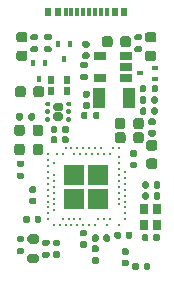
<source format=gbr>
%TF.GenerationSoftware,KiCad,Pcbnew,(5.1.9)-1*%
%TF.CreationDate,2021-01-30T16:38:38+08:00*%
%TF.ProjectId,mikoto,6d696b6f-746f-42e6-9b69-6361645f7063,rev?*%
%TF.SameCoordinates,Original*%
%TF.FileFunction,Paste,Top*%
%TF.FilePolarity,Positive*%
%FSLAX46Y46*%
G04 Gerber Fmt 4.6, Leading zero omitted, Abs format (unit mm)*
G04 Created by KiCad (PCBNEW (5.1.9)-1) date 2021-01-30 16:38:38*
%MOMM*%
%LPD*%
G01*
G04 APERTURE LIST*
%ADD10R,0.600000X0.700000*%
%ADD11R,0.510000X0.400000*%
%ADD12R,0.400000X0.510000*%
%ADD13R,1.060000X0.650000*%
%ADD14R,1.000000X1.800000*%
%ADD15R,0.800000X0.900000*%
%ADD16R,0.300000X0.800000*%
%ADD17R,0.540000X0.800000*%
%ADD18C,0.250000*%
%ADD19R,1.700000X1.700000*%
G04 APERTURE END LIST*
%TO.C,C23*%
G36*
G01*
X-195000Y7130000D02*
X145000Y7130000D01*
G75*
G02*
X285000Y6990000I0J-140000D01*
G01*
X285000Y6710000D01*
G75*
G02*
X145000Y6570000I-140000J0D01*
G01*
X-195000Y6570000D01*
G75*
G02*
X-335000Y6710000I0J140000D01*
G01*
X-335000Y6990000D01*
G75*
G02*
X-195000Y7130000I140000J0D01*
G01*
G37*
G36*
G01*
X-195000Y8090000D02*
X145000Y8090000D01*
G75*
G02*
X285000Y7950000I0J-140000D01*
G01*
X285000Y7670000D01*
G75*
G02*
X145000Y7530000I-140000J0D01*
G01*
X-195000Y7530000D01*
G75*
G02*
X-335000Y7670000I0J140000D01*
G01*
X-335000Y7950000D01*
G75*
G02*
X-195000Y8090000I140000J0D01*
G01*
G37*
%TD*%
%TO.C,D1*%
G36*
G01*
X-5706250Y7270000D02*
X-5193750Y7270000D01*
G75*
G02*
X-4975000Y7051250I0J-218750D01*
G01*
X-4975000Y6613750D01*
G75*
G02*
X-5193750Y6395000I-218750J0D01*
G01*
X-5706250Y6395000D01*
G75*
G02*
X-5925000Y6613750I0J218750D01*
G01*
X-5925000Y7051250D01*
G75*
G02*
X-5706250Y7270000I218750J0D01*
G01*
G37*
G36*
G01*
X-5706250Y8845000D02*
X-5193750Y8845000D01*
G75*
G02*
X-4975000Y8626250I0J-218750D01*
G01*
X-4975000Y8188750D01*
G75*
G02*
X-5193750Y7970000I-218750J0D01*
G01*
X-5706250Y7970000D01*
G75*
G02*
X-5925000Y8188750I0J218750D01*
G01*
X-5925000Y8626250D01*
G75*
G02*
X-5706250Y8845000I218750J0D01*
G01*
G37*
%TD*%
%TO.C,D3*%
G36*
G01*
X5193750Y7270000D02*
X5706250Y7270000D01*
G75*
G02*
X5925000Y7051250I0J-218750D01*
G01*
X5925000Y6613750D01*
G75*
G02*
X5706250Y6395000I-218750J0D01*
G01*
X5193750Y6395000D01*
G75*
G02*
X4975000Y6613750I0J218750D01*
G01*
X4975000Y7051250D01*
G75*
G02*
X5193750Y7270000I218750J0D01*
G01*
G37*
G36*
G01*
X5193750Y8845000D02*
X5706250Y8845000D01*
G75*
G02*
X5925000Y8626250I0J-218750D01*
G01*
X5925000Y8188750D01*
G75*
G02*
X5706250Y7970000I-218750J0D01*
G01*
X5193750Y7970000D01*
G75*
G02*
X4975000Y8188750I0J218750D01*
G01*
X4975000Y8626250D01*
G75*
G02*
X5193750Y8845000I218750J0D01*
G01*
G37*
%TD*%
D10*
%TO.C,D2*%
X-1600000Y3875000D03*
X-3000000Y3875000D03*
%TD*%
%TO.C,D4*%
X-1600000Y4825000D03*
X-3000000Y4825000D03*
%TD*%
D11*
%TO.C,Q1*%
X5810000Y5845000D03*
X4520000Y5345000D03*
X5810000Y4845000D03*
%TD*%
D12*
%TO.C,Q2*%
X-2375000Y7825000D03*
X-1875000Y6535000D03*
X-1375000Y7825000D03*
%TD*%
%TO.C,Q3*%
X-4475000Y6190000D03*
X-3975000Y4900000D03*
X-3475000Y6190000D03*
%TD*%
%TO.C,U3*%
G36*
G01*
X-1940000Y2672500D02*
X-1940000Y2327500D01*
G75*
G02*
X-2112500Y2155000I-172500J0D01*
G01*
X-2637500Y2155000D01*
G75*
G02*
X-2810000Y2327500I0J172500D01*
G01*
X-2810000Y2672500D01*
G75*
G02*
X-2637500Y2845000I172500J0D01*
G01*
X-2112500Y2845000D01*
G75*
G02*
X-1940000Y2672500I0J-172500D01*
G01*
G37*
G36*
G01*
X-1940000Y1872500D02*
X-1940000Y1527500D01*
G75*
G02*
X-2112500Y1355000I-172500J0D01*
G01*
X-2637500Y1355000D01*
G75*
G02*
X-2810000Y1527500I0J172500D01*
G01*
X-2810000Y1872500D01*
G75*
G02*
X-2637500Y2045000I172500J0D01*
G01*
X-2112500Y2045000D01*
G75*
G02*
X-1940000Y1872500I0J-172500D01*
G01*
G37*
G36*
G01*
X-3075000Y1556250D02*
X-3075000Y1343750D01*
G75*
G02*
X-3168750Y1250000I-93750J0D01*
G01*
X-3356250Y1250000D01*
G75*
G02*
X-3450000Y1343750I0J93750D01*
G01*
X-3450000Y1556250D01*
G75*
G02*
X-3356250Y1650000I93750J0D01*
G01*
X-3168750Y1650000D01*
G75*
G02*
X-3075000Y1556250I0J-93750D01*
G01*
G37*
G36*
G01*
X-3075000Y2206250D02*
X-3075000Y1993750D01*
G75*
G02*
X-3168750Y1900000I-93750J0D01*
G01*
X-3356250Y1900000D01*
G75*
G02*
X-3450000Y1993750I0J93750D01*
G01*
X-3450000Y2206250D01*
G75*
G02*
X-3356250Y2300000I93750J0D01*
G01*
X-3168750Y2300000D01*
G75*
G02*
X-3075000Y2206250I0J-93750D01*
G01*
G37*
G36*
G01*
X-3075000Y2856250D02*
X-3075000Y2643750D01*
G75*
G02*
X-3168750Y2550000I-93750J0D01*
G01*
X-3356250Y2550000D01*
G75*
G02*
X-3450000Y2643750I0J93750D01*
G01*
X-3450000Y2856250D01*
G75*
G02*
X-3356250Y2950000I93750J0D01*
G01*
X-3168750Y2950000D01*
G75*
G02*
X-3075000Y2856250I0J-93750D01*
G01*
G37*
G36*
G01*
X-1300000Y2856250D02*
X-1300000Y2643750D01*
G75*
G02*
X-1393750Y2550000I-93750J0D01*
G01*
X-1581250Y2550000D01*
G75*
G02*
X-1675000Y2643750I0J93750D01*
G01*
X-1675000Y2856250D01*
G75*
G02*
X-1581250Y2950000I93750J0D01*
G01*
X-1393750Y2950000D01*
G75*
G02*
X-1300000Y2856250I0J-93750D01*
G01*
G37*
G36*
G01*
X-1300000Y2206250D02*
X-1300000Y1993750D01*
G75*
G02*
X-1393750Y1900000I-93750J0D01*
G01*
X-1581250Y1900000D01*
G75*
G02*
X-1675000Y1993750I0J93750D01*
G01*
X-1675000Y2206250D01*
G75*
G02*
X-1581250Y2300000I93750J0D01*
G01*
X-1393750Y2300000D01*
G75*
G02*
X-1300000Y2206250I0J-93750D01*
G01*
G37*
G36*
G01*
X-1300000Y1556250D02*
X-1300000Y1343750D01*
G75*
G02*
X-1393750Y1250000I-93750J0D01*
G01*
X-1581250Y1250000D01*
G75*
G02*
X-1675000Y1343750I0J93750D01*
G01*
X-1675000Y1556250D01*
G75*
G02*
X-1581250Y1650000I93750J0D01*
G01*
X-1393750Y1650000D01*
G75*
G02*
X-1300000Y1556250I0J-93750D01*
G01*
G37*
%TD*%
%TO.C,R2*%
G36*
G01*
X-4215000Y8140000D02*
X-4585000Y8140000D01*
G75*
G02*
X-4720000Y8275000I0J135000D01*
G01*
X-4720000Y8545000D01*
G75*
G02*
X-4585000Y8680000I135000J0D01*
G01*
X-4215000Y8680000D01*
G75*
G02*
X-4080000Y8545000I0J-135000D01*
G01*
X-4080000Y8275000D01*
G75*
G02*
X-4215000Y8140000I-135000J0D01*
G01*
G37*
G36*
G01*
X-4215000Y7120000D02*
X-4585000Y7120000D01*
G75*
G02*
X-4720000Y7255000I0J135000D01*
G01*
X-4720000Y7525000D01*
G75*
G02*
X-4585000Y7660000I135000J0D01*
G01*
X-4215000Y7660000D01*
G75*
G02*
X-4080000Y7525000I0J-135000D01*
G01*
X-4080000Y7255000D01*
G75*
G02*
X-4215000Y7120000I-135000J0D01*
G01*
G37*
%TD*%
%TO.C,R1*%
G36*
G01*
X5540000Y3865000D02*
X5540000Y4235000D01*
G75*
G02*
X5675000Y4370000I135000J0D01*
G01*
X5945000Y4370000D01*
G75*
G02*
X6080000Y4235000I0J-135000D01*
G01*
X6080000Y3865000D01*
G75*
G02*
X5945000Y3730000I-135000J0D01*
G01*
X5675000Y3730000D01*
G75*
G02*
X5540000Y3865000I0J135000D01*
G01*
G37*
G36*
G01*
X4520000Y3865000D02*
X4520000Y4235000D01*
G75*
G02*
X4655000Y4370000I135000J0D01*
G01*
X4925000Y4370000D01*
G75*
G02*
X5060000Y4235000I0J-135000D01*
G01*
X5060000Y3865000D01*
G75*
G02*
X4925000Y3730000I-135000J0D01*
G01*
X4655000Y3730000D01*
G75*
G02*
X4520000Y3865000I0J135000D01*
G01*
G37*
%TD*%
%TO.C,C24*%
G36*
G01*
X-1490000Y770000D02*
X-1490000Y430000D01*
G75*
G02*
X-1630000Y290000I-140000J0D01*
G01*
X-1910000Y290000D01*
G75*
G02*
X-2050000Y430000I0J140000D01*
G01*
X-2050000Y770000D01*
G75*
G02*
X-1910000Y910000I140000J0D01*
G01*
X-1630000Y910000D01*
G75*
G02*
X-1490000Y770000I0J-140000D01*
G01*
G37*
G36*
G01*
X-2450000Y770000D02*
X-2450000Y430000D01*
G75*
G02*
X-2590000Y290000I-140000J0D01*
G01*
X-2870000Y290000D01*
G75*
G02*
X-3010000Y430000I0J140000D01*
G01*
X-3010000Y770000D01*
G75*
G02*
X-2870000Y910000I140000J0D01*
G01*
X-2590000Y910000D01*
G75*
G02*
X-2450000Y770000I0J-140000D01*
G01*
G37*
%TD*%
D13*
%TO.C,U2*%
X1125000Y4950000D03*
X1125000Y6850000D03*
X3325000Y6850000D03*
X3325000Y5900000D03*
X3325000Y4950000D03*
%TD*%
D14*
%TO.C,Y2*%
X3600000Y3300000D03*
X1100000Y3300000D03*
%TD*%
%TO.C,R11*%
G36*
G01*
X-4225000Y-9075000D02*
X-4775000Y-9075000D01*
G75*
G02*
X-4975000Y-8875000I0J200000D01*
G01*
X-4975000Y-8475000D01*
G75*
G02*
X-4775000Y-8275000I200000J0D01*
G01*
X-4225000Y-8275000D01*
G75*
G02*
X-4025000Y-8475000I0J-200000D01*
G01*
X-4025000Y-8875000D01*
G75*
G02*
X-4225000Y-9075000I-200000J0D01*
G01*
G37*
G36*
G01*
X-4225000Y-10725000D02*
X-4775000Y-10725000D01*
G75*
G02*
X-4975000Y-10525000I0J200000D01*
G01*
X-4975000Y-10125000D01*
G75*
G02*
X-4775000Y-9925000I200000J0D01*
G01*
X-4225000Y-9925000D01*
G75*
G02*
X-4025000Y-10125000I0J-200000D01*
G01*
X-4025000Y-10525000D01*
G75*
G02*
X-4225000Y-10725000I-200000J0D01*
G01*
G37*
%TD*%
%TO.C,C16*%
G36*
G01*
X5800000Y-1200000D02*
X5300000Y-1200000D01*
G75*
G02*
X5075000Y-975000I0J225000D01*
G01*
X5075000Y-525000D01*
G75*
G02*
X5300000Y-300000I225000J0D01*
G01*
X5800000Y-300000D01*
G75*
G02*
X6025000Y-525000I0J-225000D01*
G01*
X6025000Y-975000D01*
G75*
G02*
X5800000Y-1200000I-225000J0D01*
G01*
G37*
G36*
G01*
X5800000Y-2750000D02*
X5300000Y-2750000D01*
G75*
G02*
X5075000Y-2525000I0J225000D01*
G01*
X5075000Y-2075000D01*
G75*
G02*
X5300000Y-1850000I225000J0D01*
G01*
X5800000Y-1850000D01*
G75*
G02*
X6025000Y-2075000I0J-225000D01*
G01*
X6025000Y-2525000D01*
G75*
G02*
X5800000Y-2750000I-225000J0D01*
G01*
G37*
%TD*%
%TO.C,C22*%
G36*
G01*
X3470000Y-10020000D02*
X3130000Y-10020000D01*
G75*
G02*
X2990000Y-9880000I0J140000D01*
G01*
X2990000Y-9600000D01*
G75*
G02*
X3130000Y-9460000I140000J0D01*
G01*
X3470000Y-9460000D01*
G75*
G02*
X3610000Y-9600000I0J-140000D01*
G01*
X3610000Y-9880000D01*
G75*
G02*
X3470000Y-10020000I-140000J0D01*
G01*
G37*
G36*
G01*
X3470000Y-10980000D02*
X3130000Y-10980000D01*
G75*
G02*
X2990000Y-10840000I0J140000D01*
G01*
X2990000Y-10560000D01*
G75*
G02*
X3130000Y-10420000I140000J0D01*
G01*
X3470000Y-10420000D01*
G75*
G02*
X3610000Y-10560000I0J-140000D01*
G01*
X3610000Y-10840000D01*
G75*
G02*
X3470000Y-10980000I-140000J0D01*
G01*
G37*
%TD*%
%TO.C,R4*%
G36*
G01*
X-5760000Y-8405000D02*
X-5390000Y-8405000D01*
G75*
G02*
X-5255000Y-8540000I0J-135000D01*
G01*
X-5255000Y-8810000D01*
G75*
G02*
X-5390000Y-8945000I-135000J0D01*
G01*
X-5760000Y-8945000D01*
G75*
G02*
X-5895000Y-8810000I0J135000D01*
G01*
X-5895000Y-8540000D01*
G75*
G02*
X-5760000Y-8405000I135000J0D01*
G01*
G37*
G36*
G01*
X-5760000Y-9425000D02*
X-5390000Y-9425000D01*
G75*
G02*
X-5255000Y-9560000I0J-135000D01*
G01*
X-5255000Y-9830000D01*
G75*
G02*
X-5390000Y-9965000I-135000J0D01*
G01*
X-5760000Y-9965000D01*
G75*
G02*
X-5895000Y-9830000I0J135000D01*
G01*
X-5895000Y-9560000D01*
G75*
G02*
X-5760000Y-9425000I135000J0D01*
G01*
G37*
%TD*%
%TO.C,R3*%
G36*
G01*
X-3610000Y-9740000D02*
X-3240000Y-9740000D01*
G75*
G02*
X-3105000Y-9875000I0J-135000D01*
G01*
X-3105000Y-10145000D01*
G75*
G02*
X-3240000Y-10280000I-135000J0D01*
G01*
X-3610000Y-10280000D01*
G75*
G02*
X-3745000Y-10145000I0J135000D01*
G01*
X-3745000Y-9875000D01*
G75*
G02*
X-3610000Y-9740000I135000J0D01*
G01*
G37*
G36*
G01*
X-3610000Y-8720000D02*
X-3240000Y-8720000D01*
G75*
G02*
X-3105000Y-8855000I0J-135000D01*
G01*
X-3105000Y-9125000D01*
G75*
G02*
X-3240000Y-9260000I-135000J0D01*
G01*
X-3610000Y-9260000D01*
G75*
G02*
X-3745000Y-9125000I0J135000D01*
G01*
X-3745000Y-8855000D01*
G75*
G02*
X-3610000Y-8720000I135000J0D01*
G01*
G37*
%TD*%
%TO.C,R10*%
G36*
G01*
X-3435000Y7660000D02*
X-3065000Y7660000D01*
G75*
G02*
X-2930000Y7525000I0J-135000D01*
G01*
X-2930000Y7255000D01*
G75*
G02*
X-3065000Y7120000I-135000J0D01*
G01*
X-3435000Y7120000D01*
G75*
G02*
X-3570000Y7255000I0J135000D01*
G01*
X-3570000Y7525000D01*
G75*
G02*
X-3435000Y7660000I135000J0D01*
G01*
G37*
G36*
G01*
X-3435000Y8680000D02*
X-3065000Y8680000D01*
G75*
G02*
X-2930000Y8545000I0J-135000D01*
G01*
X-2930000Y8275000D01*
G75*
G02*
X-3065000Y8140000I-135000J0D01*
G01*
X-3435000Y8140000D01*
G75*
G02*
X-3570000Y8275000I0J135000D01*
G01*
X-3570000Y8545000D01*
G75*
G02*
X-3435000Y8680000I135000J0D01*
G01*
G37*
%TD*%
D15*
%TO.C,Y1*%
X5950000Y-7500000D03*
X5950000Y-6100000D03*
X4850000Y-6100000D03*
X4850000Y-7500000D03*
%TD*%
D16*
%TO.C,J1*%
X-1749700Y10573200D03*
X1250300Y10573200D03*
X250300Y10573200D03*
X-249700Y10573200D03*
X750300Y10573200D03*
X-749700Y10573200D03*
D17*
X-2399700Y10573200D03*
X2400300Y10573200D03*
X3200300Y10573200D03*
X-3199700Y10573200D03*
D16*
X-1249700Y10573200D03*
X1758300Y10573200D03*
%TD*%
D18*
%TO.C,U1*%
X-2750000Y-7500000D03*
X-2250000Y-7500000D03*
X-1750000Y-7500000D03*
X-1250000Y-7500000D03*
X-750000Y-7500000D03*
X-250000Y-7500000D03*
X250000Y-7500000D03*
X750000Y-7500000D03*
X1750000Y-7500000D03*
X-2000000Y-7000000D03*
X-1500000Y-7000000D03*
X-1000000Y-7000000D03*
X-500000Y-7000000D03*
X1000000Y-7000000D03*
X1500000Y-7000000D03*
X3250000Y-7000000D03*
X3250000Y-6500000D03*
X3250000Y-6000000D03*
X3250000Y-5500000D03*
X3250000Y-5000000D03*
X3250000Y-4500000D03*
X3250000Y-4000000D03*
X3250000Y-3500000D03*
X2750000Y-5750000D03*
X2750000Y-5250000D03*
X2750000Y-4750000D03*
X2750000Y-4250000D03*
X2750000Y-3750000D03*
X2750000Y-3250000D03*
X2750000Y-2750000D03*
X2750000Y-2250000D03*
X-2750000Y-2250000D03*
X-2750000Y-3250000D03*
X-2750000Y-3750000D03*
X-2750000Y-4250000D03*
X-2750000Y-4750000D03*
X-2750000Y-5250000D03*
X-2750000Y-5750000D03*
X-3250000Y-6500000D03*
X-3250000Y-6000000D03*
X-3250000Y-5500000D03*
X-3250000Y-5000000D03*
X-3250000Y-4500000D03*
X-3250000Y-4000000D03*
X-3250000Y-3500000D03*
X-3250000Y-3000000D03*
X-3250000Y-2500000D03*
X-3250000Y-2000000D03*
X2750000Y-1000000D03*
X2000000Y-1500000D03*
X2250000Y-1000000D03*
X1500000Y-1500000D03*
X1000000Y-1500000D03*
X500000Y-1500000D03*
X0Y-1500000D03*
X-500000Y-1500000D03*
X-1000000Y-1500000D03*
X1250000Y-1000000D03*
X750000Y-1000000D03*
X250000Y-1000000D03*
X-250000Y-1000000D03*
X-750000Y-1000000D03*
X-1250000Y-1000000D03*
X-1750000Y-1000000D03*
X-2000000Y-1500000D03*
X-2500000Y-1500000D03*
X-3250000Y-1500000D03*
X-3250000Y-7000000D03*
X-2750000Y-6250000D03*
X2750000Y-1750000D03*
X3250000Y-3000000D03*
X2000000Y-7000000D03*
X2750000Y-7500000D03*
D19*
X1000000Y-3250000D03*
X1000000Y-5250000D03*
X-1000000Y-3250000D03*
X-1000000Y-5250000D03*
%TD*%
%TO.C,R9*%
G36*
G01*
X4215000Y7660000D02*
X4585000Y7660000D01*
G75*
G02*
X4720000Y7525000I0J-135000D01*
G01*
X4720000Y7255000D01*
G75*
G02*
X4585000Y7120000I-135000J0D01*
G01*
X4215000Y7120000D01*
G75*
G02*
X4080000Y7255000I0J135000D01*
G01*
X4080000Y7525000D01*
G75*
G02*
X4215000Y7660000I135000J0D01*
G01*
G37*
G36*
G01*
X4215000Y8680000D02*
X4585000Y8680000D01*
G75*
G02*
X4720000Y8545000I0J-135000D01*
G01*
X4720000Y8275000D01*
G75*
G02*
X4585000Y8140000I-135000J0D01*
G01*
X4215000Y8140000D01*
G75*
G02*
X4080000Y8275000I0J135000D01*
G01*
X4080000Y8545000D01*
G75*
G02*
X4215000Y8680000I135000J0D01*
G01*
G37*
%TD*%
%TO.C,R8*%
G36*
G01*
X10000Y5780000D02*
X-360000Y5780000D01*
G75*
G02*
X-495000Y5915000I0J135000D01*
G01*
X-495000Y6185000D01*
G75*
G02*
X-360000Y6320000I135000J0D01*
G01*
X10000Y6320000D01*
G75*
G02*
X145000Y6185000I0J-135000D01*
G01*
X145000Y5915000D01*
G75*
G02*
X10000Y5780000I-135000J0D01*
G01*
G37*
G36*
G01*
X10000Y4760000D02*
X-360000Y4760000D01*
G75*
G02*
X-495000Y4895000I0J135000D01*
G01*
X-495000Y5165000D01*
G75*
G02*
X-360000Y5300000I135000J0D01*
G01*
X10000Y5300000D01*
G75*
G02*
X145000Y5165000I0J-135000D01*
G01*
X145000Y4895000D01*
G75*
G02*
X10000Y4760000I-135000J0D01*
G01*
G37*
%TD*%
%TO.C,R7*%
G36*
G01*
X100000Y1960000D02*
X100000Y1590000D01*
G75*
G02*
X-35000Y1455000I-135000J0D01*
G01*
X-305000Y1455000D01*
G75*
G02*
X-440000Y1590000I0J135000D01*
G01*
X-440000Y1960000D01*
G75*
G02*
X-305000Y2095000I135000J0D01*
G01*
X-35000Y2095000D01*
G75*
G02*
X100000Y1960000I0J-135000D01*
G01*
G37*
G36*
G01*
X1120000Y1960000D02*
X1120000Y1590000D01*
G75*
G02*
X985000Y1455000I-135000J0D01*
G01*
X715000Y1455000D01*
G75*
G02*
X580000Y1590000I0J135000D01*
G01*
X580000Y1960000D01*
G75*
G02*
X715000Y2095000I135000J0D01*
G01*
X985000Y2095000D01*
G75*
G02*
X1120000Y1960000I0J-135000D01*
G01*
G37*
%TD*%
%TO.C,R6*%
G36*
G01*
X-5375000Y1860000D02*
X-5375000Y1490000D01*
G75*
G02*
X-5510000Y1355000I-135000J0D01*
G01*
X-5780000Y1355000D01*
G75*
G02*
X-5915000Y1490000I0J135000D01*
G01*
X-5915000Y1860000D01*
G75*
G02*
X-5780000Y1995000I135000J0D01*
G01*
X-5510000Y1995000D01*
G75*
G02*
X-5375000Y1860000I0J-135000D01*
G01*
G37*
G36*
G01*
X-4355000Y1860000D02*
X-4355000Y1490000D01*
G75*
G02*
X-4490000Y1355000I-135000J0D01*
G01*
X-4760000Y1355000D01*
G75*
G02*
X-4895000Y1490000I0J135000D01*
G01*
X-4895000Y1860000D01*
G75*
G02*
X-4760000Y1995000I135000J0D01*
G01*
X-4490000Y1995000D01*
G75*
G02*
X-4355000Y1860000I0J-135000D01*
G01*
G37*
%TD*%
%TO.C,R5*%
G36*
G01*
X-5760000Y-2035000D02*
X-5390000Y-2035000D01*
G75*
G02*
X-5255000Y-2170000I0J-135000D01*
G01*
X-5255000Y-2440000D01*
G75*
G02*
X-5390000Y-2575000I-135000J0D01*
G01*
X-5760000Y-2575000D01*
G75*
G02*
X-5895000Y-2440000I0J135000D01*
G01*
X-5895000Y-2170000D01*
G75*
G02*
X-5760000Y-2035000I135000J0D01*
G01*
G37*
G36*
G01*
X-5760000Y-3055000D02*
X-5390000Y-3055000D01*
G75*
G02*
X-5255000Y-3190000I0J-135000D01*
G01*
X-5255000Y-3460000D01*
G75*
G02*
X-5390000Y-3595000I-135000J0D01*
G01*
X-5760000Y-3595000D01*
G75*
G02*
X-5895000Y-3460000I0J135000D01*
G01*
X-5895000Y-3190000D01*
G75*
G02*
X-5760000Y-3055000I135000J0D01*
G01*
G37*
%TD*%
%TO.C,L3*%
G36*
G01*
X3300000Y1356250D02*
X3300000Y843750D01*
G75*
G02*
X3081250Y625000I-218750J0D01*
G01*
X2643750Y625000D01*
G75*
G02*
X2425000Y843750I0J218750D01*
G01*
X2425000Y1356250D01*
G75*
G02*
X2643750Y1575000I218750J0D01*
G01*
X3081250Y1575000D01*
G75*
G02*
X3300000Y1356250I0J-218750D01*
G01*
G37*
G36*
G01*
X4875000Y1356250D02*
X4875000Y843750D01*
G75*
G02*
X4656250Y625000I-218750J0D01*
G01*
X4218750Y625000D01*
G75*
G02*
X4000000Y843750I0J218750D01*
G01*
X4000000Y1356250D01*
G75*
G02*
X4218750Y1575000I218750J0D01*
G01*
X4656250Y1575000D01*
G75*
G02*
X4875000Y1356250I0J-218750D01*
G01*
G37*
%TD*%
%TO.C,L2*%
G36*
G01*
X5722500Y955000D02*
X5377500Y955000D01*
G75*
G02*
X5230000Y1102500I0J147500D01*
G01*
X5230000Y1397500D01*
G75*
G02*
X5377500Y1545000I147500J0D01*
G01*
X5722500Y1545000D01*
G75*
G02*
X5870000Y1397500I0J-147500D01*
G01*
X5870000Y1102500D01*
G75*
G02*
X5722500Y955000I-147500J0D01*
G01*
G37*
G36*
G01*
X5722500Y-15000D02*
X5377500Y-15000D01*
G75*
G02*
X5230000Y132500I0J147500D01*
G01*
X5230000Y427500D01*
G75*
G02*
X5377500Y575000I147500J0D01*
G01*
X5722500Y575000D01*
G75*
G02*
X5870000Y427500I0J-147500D01*
G01*
X5870000Y132500D01*
G75*
G02*
X5722500Y-15000I-147500J0D01*
G01*
G37*
%TD*%
%TO.C,L1*%
G36*
G01*
X942500Y-9810000D02*
X597500Y-9810000D01*
G75*
G02*
X450000Y-9662500I0J147500D01*
G01*
X450000Y-9367500D01*
G75*
G02*
X597500Y-9220000I147500J0D01*
G01*
X942500Y-9220000D01*
G75*
G02*
X1090000Y-9367500I0J-147500D01*
G01*
X1090000Y-9662500D01*
G75*
G02*
X942500Y-9810000I-147500J0D01*
G01*
G37*
G36*
G01*
X942500Y-10780000D02*
X597500Y-10780000D01*
G75*
G02*
X450000Y-10632500I0J147500D01*
G01*
X450000Y-10337500D01*
G75*
G02*
X597500Y-10190000I147500J0D01*
G01*
X942500Y-10190000D01*
G75*
G02*
X1090000Y-10337500I0J-147500D01*
G01*
X1090000Y-10632500D01*
G75*
G02*
X942500Y-10780000I-147500J0D01*
G01*
G37*
%TD*%
%TO.C,C21*%
G36*
G01*
X2875000Y7775000D02*
X2875000Y8275000D01*
G75*
G02*
X3100000Y8500000I225000J0D01*
G01*
X3550000Y8500000D01*
G75*
G02*
X3775000Y8275000I0J-225000D01*
G01*
X3775000Y7775000D01*
G75*
G02*
X3550000Y7550000I-225000J0D01*
G01*
X3100000Y7550000D01*
G75*
G02*
X2875000Y7775000I0J225000D01*
G01*
G37*
G36*
G01*
X1325000Y7775000D02*
X1325000Y8275000D01*
G75*
G02*
X1550000Y8500000I225000J0D01*
G01*
X2000000Y8500000D01*
G75*
G02*
X2225000Y8275000I0J-225000D01*
G01*
X2225000Y7775000D01*
G75*
G02*
X2000000Y7550000I-225000J0D01*
G01*
X1550000Y7550000D01*
G75*
G02*
X1325000Y7775000I0J225000D01*
G01*
G37*
%TD*%
%TO.C,C20*%
G36*
G01*
X-4475000Y3550000D02*
X-4475000Y4050000D01*
G75*
G02*
X-4250000Y4275000I225000J0D01*
G01*
X-3800000Y4275000D01*
G75*
G02*
X-3575000Y4050000I0J-225000D01*
G01*
X-3575000Y3550000D01*
G75*
G02*
X-3800000Y3325000I-225000J0D01*
G01*
X-4250000Y3325000D01*
G75*
G02*
X-4475000Y3550000I0J225000D01*
G01*
G37*
G36*
G01*
X-6025000Y3550000D02*
X-6025000Y4050000D01*
G75*
G02*
X-5800000Y4275000I225000J0D01*
G01*
X-5350000Y4275000D01*
G75*
G02*
X-5125000Y4050000I0J-225000D01*
G01*
X-5125000Y3550000D01*
G75*
G02*
X-5350000Y3325000I-225000J0D01*
G01*
X-5800000Y3325000D01*
G75*
G02*
X-6025000Y3550000I0J225000D01*
G01*
G37*
%TD*%
%TO.C,C19*%
G36*
G01*
X-2355000Y-10260000D02*
X-2695000Y-10260000D01*
G75*
G02*
X-2835000Y-10120000I0J140000D01*
G01*
X-2835000Y-9840000D01*
G75*
G02*
X-2695000Y-9700000I140000J0D01*
G01*
X-2355000Y-9700000D01*
G75*
G02*
X-2215000Y-9840000I0J-140000D01*
G01*
X-2215000Y-10120000D01*
G75*
G02*
X-2355000Y-10260000I-140000J0D01*
G01*
G37*
G36*
G01*
X-2355000Y-9300000D02*
X-2695000Y-9300000D01*
G75*
G02*
X-2835000Y-9160000I0J140000D01*
G01*
X-2835000Y-8880000D01*
G75*
G02*
X-2695000Y-8740000I140000J0D01*
G01*
X-2355000Y-8740000D01*
G75*
G02*
X-2215000Y-8880000I0J-140000D01*
G01*
X-2215000Y-9160000D01*
G75*
G02*
X-2355000Y-9300000I-140000J0D01*
G01*
G37*
%TD*%
%TO.C,C18*%
G36*
G01*
X-170000Y3865000D02*
X170000Y3865000D01*
G75*
G02*
X310000Y3725000I0J-140000D01*
G01*
X310000Y3445000D01*
G75*
G02*
X170000Y3305000I-140000J0D01*
G01*
X-170000Y3305000D01*
G75*
G02*
X-310000Y3445000I0J140000D01*
G01*
X-310000Y3725000D01*
G75*
G02*
X-170000Y3865000I140000J0D01*
G01*
G37*
G36*
G01*
X-170000Y2905000D02*
X170000Y2905000D01*
G75*
G02*
X310000Y2765000I0J-140000D01*
G01*
X310000Y2485000D01*
G75*
G02*
X170000Y2345000I-140000J0D01*
G01*
X-170000Y2345000D01*
G75*
G02*
X-310000Y2485000I0J140000D01*
G01*
X-310000Y2765000D01*
G75*
G02*
X-170000Y2905000I140000J0D01*
G01*
G37*
%TD*%
%TO.C,C17*%
G36*
G01*
X5100000Y3270000D02*
X5100000Y2930000D01*
G75*
G02*
X4960000Y2790000I-140000J0D01*
G01*
X4680000Y2790000D01*
G75*
G02*
X4540000Y2930000I0J140000D01*
G01*
X4540000Y3270000D01*
G75*
G02*
X4680000Y3410000I140000J0D01*
G01*
X4960000Y3410000D01*
G75*
G02*
X5100000Y3270000I0J-140000D01*
G01*
G37*
G36*
G01*
X6060000Y3270000D02*
X6060000Y2930000D01*
G75*
G02*
X5920000Y2790000I-140000J0D01*
G01*
X5640000Y2790000D01*
G75*
G02*
X5500000Y2930000I0J140000D01*
G01*
X5500000Y3270000D01*
G75*
G02*
X5640000Y3410000I140000J0D01*
G01*
X5920000Y3410000D01*
G75*
G02*
X6060000Y3270000I0J-140000D01*
G01*
G37*
%TD*%
%TO.C,C15*%
G36*
G01*
X4170000Y-1730000D02*
X3830000Y-1730000D01*
G75*
G02*
X3690000Y-1590000I0J140000D01*
G01*
X3690000Y-1310000D01*
G75*
G02*
X3830000Y-1170000I140000J0D01*
G01*
X4170000Y-1170000D01*
G75*
G02*
X4310000Y-1310000I0J-140000D01*
G01*
X4310000Y-1590000D01*
G75*
G02*
X4170000Y-1730000I-140000J0D01*
G01*
G37*
G36*
G01*
X4170000Y-2690000D02*
X3830000Y-2690000D01*
G75*
G02*
X3690000Y-2550000I0J140000D01*
G01*
X3690000Y-2270000D01*
G75*
G02*
X3830000Y-2130000I140000J0D01*
G01*
X4170000Y-2130000D01*
G75*
G02*
X4310000Y-2270000I0J-140000D01*
G01*
X4310000Y-2550000D01*
G75*
G02*
X4170000Y-2690000I-140000J0D01*
G01*
G37*
%TD*%
%TO.C,C14*%
G36*
G01*
X-6100000Y-1350000D02*
X-6100000Y-850000D01*
G75*
G02*
X-5875000Y-625000I225000J0D01*
G01*
X-5425000Y-625000D01*
G75*
G02*
X-5200000Y-850000I0J-225000D01*
G01*
X-5200000Y-1350000D01*
G75*
G02*
X-5425000Y-1575000I-225000J0D01*
G01*
X-5875000Y-1575000D01*
G75*
G02*
X-6100000Y-1350000I0J225000D01*
G01*
G37*
G36*
G01*
X-4550000Y-1350000D02*
X-4550000Y-850000D01*
G75*
G02*
X-4325000Y-625000I225000J0D01*
G01*
X-3875000Y-625000D01*
G75*
G02*
X-3650000Y-850000I0J-225000D01*
G01*
X-3650000Y-1350000D01*
G75*
G02*
X-3875000Y-1575000I-225000J0D01*
G01*
X-4325000Y-1575000D01*
G75*
G02*
X-4550000Y-1350000I0J225000D01*
G01*
G37*
%TD*%
%TO.C,C13*%
G36*
G01*
X-3650000Y775000D02*
X-3650000Y275000D01*
G75*
G02*
X-3875000Y50000I-225000J0D01*
G01*
X-4325000Y50000D01*
G75*
G02*
X-4550000Y275000I0J225000D01*
G01*
X-4550000Y775000D01*
G75*
G02*
X-4325000Y1000000I225000J0D01*
G01*
X-3875000Y1000000D01*
G75*
G02*
X-3650000Y775000I0J-225000D01*
G01*
G37*
G36*
G01*
X-5200000Y775000D02*
X-5200000Y275000D01*
G75*
G02*
X-5425000Y50000I-225000J0D01*
G01*
X-5875000Y50000D01*
G75*
G02*
X-6100000Y275000I0J225000D01*
G01*
X-6100000Y775000D01*
G75*
G02*
X-5875000Y1000000I225000J0D01*
G01*
X-5425000Y1000000D01*
G75*
G02*
X-5200000Y775000I0J-225000D01*
G01*
G37*
%TD*%
%TO.C,C12*%
G36*
G01*
X-420000Y-8855000D02*
X-80000Y-8855000D01*
G75*
G02*
X60000Y-8995000I0J-140000D01*
G01*
X60000Y-9275000D01*
G75*
G02*
X-80000Y-9415000I-140000J0D01*
G01*
X-420000Y-9415000D01*
G75*
G02*
X-560000Y-9275000I0J140000D01*
G01*
X-560000Y-8995000D01*
G75*
G02*
X-420000Y-8855000I140000J0D01*
G01*
G37*
G36*
G01*
X-420000Y-7895000D02*
X-80000Y-7895000D01*
G75*
G02*
X60000Y-8035000I0J-140000D01*
G01*
X60000Y-8315000D01*
G75*
G02*
X-80000Y-8455000I-140000J0D01*
G01*
X-420000Y-8455000D01*
G75*
G02*
X-560000Y-8315000I0J140000D01*
G01*
X-560000Y-8035000D01*
G75*
G02*
X-420000Y-7895000I140000J0D01*
G01*
G37*
%TD*%
%TO.C,C11*%
G36*
G01*
X3330000Y-8520000D02*
X3330000Y-8180000D01*
G75*
G02*
X3470000Y-8040000I140000J0D01*
G01*
X3750000Y-8040000D01*
G75*
G02*
X3890000Y-8180000I0J-140000D01*
G01*
X3890000Y-8520000D01*
G75*
G02*
X3750000Y-8660000I-140000J0D01*
G01*
X3470000Y-8660000D01*
G75*
G02*
X3330000Y-8520000I0J140000D01*
G01*
G37*
G36*
G01*
X2370000Y-8520000D02*
X2370000Y-8180000D01*
G75*
G02*
X2510000Y-8040000I140000J0D01*
G01*
X2790000Y-8040000D01*
G75*
G02*
X2930000Y-8180000I0J-140000D01*
G01*
X2930000Y-8520000D01*
G75*
G02*
X2790000Y-8660000I-140000J0D01*
G01*
X2510000Y-8660000D01*
G75*
G02*
X2370000Y-8520000I0J140000D01*
G01*
G37*
%TD*%
%TO.C,C10*%
G36*
G01*
X5500000Y1980000D02*
X5500000Y2320000D01*
G75*
G02*
X5640000Y2460000I140000J0D01*
G01*
X5920000Y2460000D01*
G75*
G02*
X6060000Y2320000I0J-140000D01*
G01*
X6060000Y1980000D01*
G75*
G02*
X5920000Y1840000I-140000J0D01*
G01*
X5640000Y1840000D01*
G75*
G02*
X5500000Y1980000I0J140000D01*
G01*
G37*
G36*
G01*
X4540000Y1980000D02*
X4540000Y2320000D01*
G75*
G02*
X4680000Y2460000I140000J0D01*
G01*
X4960000Y2460000D01*
G75*
G02*
X5100000Y2320000I0J-140000D01*
G01*
X5100000Y1980000D01*
G75*
G02*
X4960000Y1840000I-140000J0D01*
G01*
X4680000Y1840000D01*
G75*
G02*
X4540000Y1980000I0J140000D01*
G01*
G37*
%TD*%
%TO.C,C9*%
G36*
G01*
X1050000Y-8430000D02*
X1050000Y-8770000D01*
G75*
G02*
X910000Y-8910000I-140000J0D01*
G01*
X630000Y-8910000D01*
G75*
G02*
X490000Y-8770000I0J140000D01*
G01*
X490000Y-8430000D01*
G75*
G02*
X630000Y-8290000I140000J0D01*
G01*
X910000Y-8290000D01*
G75*
G02*
X1050000Y-8430000I0J-140000D01*
G01*
G37*
G36*
G01*
X2010000Y-8430000D02*
X2010000Y-8770000D01*
G75*
G02*
X1870000Y-8910000I-140000J0D01*
G01*
X1590000Y-8910000D01*
G75*
G02*
X1450000Y-8770000I0J140000D01*
G01*
X1450000Y-8430000D01*
G75*
G02*
X1590000Y-8290000I140000J0D01*
G01*
X1870000Y-8290000D01*
G75*
G02*
X2010000Y-8430000I0J-140000D01*
G01*
G37*
%TD*%
%TO.C,C8*%
G36*
G01*
X-1490000Y-105000D02*
X-1490000Y-445000D01*
G75*
G02*
X-1630000Y-585000I-140000J0D01*
G01*
X-1910000Y-585000D01*
G75*
G02*
X-2050000Y-445000I0J140000D01*
G01*
X-2050000Y-105000D01*
G75*
G02*
X-1910000Y35000I140000J0D01*
G01*
X-1630000Y35000D01*
G75*
G02*
X-1490000Y-105000I0J-140000D01*
G01*
G37*
G36*
G01*
X-2450000Y-105000D02*
X-2450000Y-445000D01*
G75*
G02*
X-2590000Y-585000I-140000J0D01*
G01*
X-2870000Y-585000D01*
G75*
G02*
X-3010000Y-445000I0J140000D01*
G01*
X-3010000Y-105000D01*
G75*
G02*
X-2870000Y35000I140000J0D01*
G01*
X-2590000Y35000D01*
G75*
G02*
X-2450000Y-105000I0J-140000D01*
G01*
G37*
%TD*%
%TO.C,C7*%
G36*
G01*
X4740000Y-5195000D02*
X4740000Y-4855000D01*
G75*
G02*
X4880000Y-4715000I140000J0D01*
G01*
X5160000Y-4715000D01*
G75*
G02*
X5300000Y-4855000I0J-140000D01*
G01*
X5300000Y-5195000D01*
G75*
G02*
X5160000Y-5335000I-140000J0D01*
G01*
X4880000Y-5335000D01*
G75*
G02*
X4740000Y-5195000I0J140000D01*
G01*
G37*
G36*
G01*
X5700000Y-5195000D02*
X5700000Y-4855000D01*
G75*
G02*
X5840000Y-4715000I140000J0D01*
G01*
X6120000Y-4715000D01*
G75*
G02*
X6260000Y-4855000I0J-140000D01*
G01*
X6260000Y-5195000D01*
G75*
G02*
X6120000Y-5335000I-140000J0D01*
G01*
X5840000Y-5335000D01*
G75*
G02*
X5700000Y-5195000I0J140000D01*
G01*
G37*
%TD*%
%TO.C,C6*%
G36*
G01*
X6230000Y-8380000D02*
X6230000Y-8720000D01*
G75*
G02*
X6090000Y-8860000I-140000J0D01*
G01*
X5810000Y-8860000D01*
G75*
G02*
X5670000Y-8720000I0J140000D01*
G01*
X5670000Y-8380000D01*
G75*
G02*
X5810000Y-8240000I140000J0D01*
G01*
X6090000Y-8240000D01*
G75*
G02*
X6230000Y-8380000I0J-140000D01*
G01*
G37*
G36*
G01*
X5270000Y-8380000D02*
X5270000Y-8720000D01*
G75*
G02*
X5130000Y-8860000I-140000J0D01*
G01*
X4850000Y-8860000D01*
G75*
G02*
X4710000Y-8720000I0J140000D01*
G01*
X4710000Y-8380000D01*
G75*
G02*
X4850000Y-8240000I140000J0D01*
G01*
X5130000Y-8240000D01*
G75*
G02*
X5270000Y-8380000I0J-140000D01*
G01*
G37*
%TD*%
%TO.C,C5*%
G36*
G01*
X4870000Y-11170000D02*
X4870000Y-10830000D01*
G75*
G02*
X5010000Y-10690000I140000J0D01*
G01*
X5290000Y-10690000D01*
G75*
G02*
X5430000Y-10830000I0J-140000D01*
G01*
X5430000Y-11170000D01*
G75*
G02*
X5290000Y-11310000I-140000J0D01*
G01*
X5010000Y-11310000D01*
G75*
G02*
X4870000Y-11170000I0J140000D01*
G01*
G37*
G36*
G01*
X3910000Y-11170000D02*
X3910000Y-10830000D01*
G75*
G02*
X4050000Y-10690000I140000J0D01*
G01*
X4330000Y-10690000D01*
G75*
G02*
X4470000Y-10830000I0J-140000D01*
G01*
X4470000Y-11170000D01*
G75*
G02*
X4330000Y-11310000I-140000J0D01*
G01*
X4050000Y-11310000D01*
G75*
G02*
X3910000Y-11170000I0J140000D01*
G01*
G37*
%TD*%
%TO.C,C4*%
G36*
G01*
X-4695000Y-4220000D02*
X-4355000Y-4220000D01*
G75*
G02*
X-4215000Y-4360000I0J-140000D01*
G01*
X-4215000Y-4640000D01*
G75*
G02*
X-4355000Y-4780000I-140000J0D01*
G01*
X-4695000Y-4780000D01*
G75*
G02*
X-4835000Y-4640000I0J140000D01*
G01*
X-4835000Y-4360000D01*
G75*
G02*
X-4695000Y-4220000I140000J0D01*
G01*
G37*
G36*
G01*
X-4695000Y-5180000D02*
X-4355000Y-5180000D01*
G75*
G02*
X-4215000Y-5320000I0J-140000D01*
G01*
X-4215000Y-5600000D01*
G75*
G02*
X-4355000Y-5740000I-140000J0D01*
G01*
X-4695000Y-5740000D01*
G75*
G02*
X-4835000Y-5600000I0J140000D01*
G01*
X-4835000Y-5320000D01*
G75*
G02*
X-4695000Y-5180000I140000J0D01*
G01*
G37*
%TD*%
%TO.C,C3*%
G36*
G01*
X5300000Y-3930000D02*
X5300000Y-4270000D01*
G75*
G02*
X5160000Y-4410000I-140000J0D01*
G01*
X4880000Y-4410000D01*
G75*
G02*
X4740000Y-4270000I0J140000D01*
G01*
X4740000Y-3930000D01*
G75*
G02*
X4880000Y-3790000I140000J0D01*
G01*
X5160000Y-3790000D01*
G75*
G02*
X5300000Y-3930000I0J-140000D01*
G01*
G37*
G36*
G01*
X6260000Y-3930000D02*
X6260000Y-4270000D01*
G75*
G02*
X6120000Y-4410000I-140000J0D01*
G01*
X5840000Y-4410000D01*
G75*
G02*
X5700000Y-4270000I0J140000D01*
G01*
X5700000Y-3930000D01*
G75*
G02*
X5840000Y-3790000I140000J0D01*
G01*
X6120000Y-3790000D01*
G75*
G02*
X6260000Y-3930000I0J-140000D01*
G01*
G37*
%TD*%
%TO.C,C2*%
G36*
G01*
X-4380000Y-7170000D02*
X-4380000Y-6830000D01*
G75*
G02*
X-4240000Y-6690000I140000J0D01*
G01*
X-3960000Y-6690000D01*
G75*
G02*
X-3820000Y-6830000I0J-140000D01*
G01*
X-3820000Y-7170000D01*
G75*
G02*
X-3960000Y-7310000I-140000J0D01*
G01*
X-4240000Y-7310000D01*
G75*
G02*
X-4380000Y-7170000I0J140000D01*
G01*
G37*
G36*
G01*
X-5340000Y-7170000D02*
X-5340000Y-6830000D01*
G75*
G02*
X-5200000Y-6690000I140000J0D01*
G01*
X-4920000Y-6690000D01*
G75*
G02*
X-4780000Y-6830000I0J-140000D01*
G01*
X-4780000Y-7170000D01*
G75*
G02*
X-4920000Y-7310000I-140000J0D01*
G01*
X-5200000Y-7310000D01*
G75*
G02*
X-5340000Y-7170000I0J140000D01*
G01*
G37*
%TD*%
%TO.C,C1*%
G36*
G01*
X3325000Y150000D02*
X3325000Y-350000D01*
G75*
G02*
X3100000Y-575000I-225000J0D01*
G01*
X2650000Y-575000D01*
G75*
G02*
X2425000Y-350000I0J225000D01*
G01*
X2425000Y150000D01*
G75*
G02*
X2650000Y375000I225000J0D01*
G01*
X3100000Y375000D01*
G75*
G02*
X3325000Y150000I0J-225000D01*
G01*
G37*
G36*
G01*
X4875000Y150000D02*
X4875000Y-350000D01*
G75*
G02*
X4650000Y-575000I-225000J0D01*
G01*
X4200000Y-575000D01*
G75*
G02*
X3975000Y-350000I0J225000D01*
G01*
X3975000Y150000D01*
G75*
G02*
X4200000Y375000I225000J0D01*
G01*
X4650000Y375000D01*
G75*
G02*
X4875000Y150000I0J-225000D01*
G01*
G37*
%TD*%
M02*

</source>
